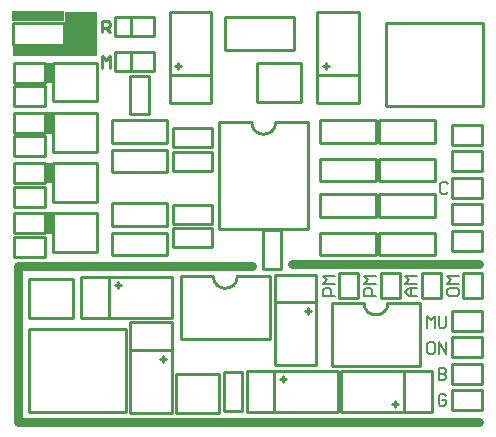
<source format=gto>
%FSLAX25Y25*%
%MOIN*%
G70*
G01*
G75*
%ADD10R,0.05118X0.03937*%
%ADD11R,0.05118X0.09843*%
%ADD12R,0.05118X0.06299*%
%ADD13R,0.03937X0.05118*%
%ADD14R,0.05512X0.19685*%
%ADD15R,0.05512X0.05512*%
%ADD16R,0.03937X0.03937*%
%ADD17R,0.06299X0.01969*%
%ADD18R,0.15748X0.06299*%
%ADD19R,0.05118X0.03150*%
%ADD20R,0.09055X0.05118*%
%ADD21R,0.07874X0.12598*%
%ADD22R,0.12598X0.07874*%
%ADD23C,0.03937*%
%ADD24C,0.02284*%
%ADD25C,0.01000*%
%ADD26C,0.01969*%
%ADD27C,0.02953*%
%ADD28C,0.02756*%
%ADD29C,0.01890*%
%ADD30C,0.03150*%
%ADD31R,0.01181X0.09449*%
%ADD32R,0.01181X0.09449*%
%ADD33C,0.03937*%
%ADD34R,0.03937X0.03937*%
%ADD35C,0.01772*%
%ADD36C,0.03347*%
%ADD37C,0.00787*%
%ADD38R,0.17323X0.03543*%
%ADD39R,0.11024X0.11024*%
%ADD40R,0.28346X0.03937*%
%ADD41R,0.03150X0.07087*%
%ADD42R,0.03150X0.07480*%
%ADD43R,0.02756X0.07087*%
%ADD44R,0.03150X0.07480*%
D25*
X410567Y347598D02*
G03*
X418567Y347598I4000J0D01*
G01*
X447968Y287382D02*
G03*
X455969Y287382I4000J0D01*
G01*
X397772Y296240D02*
G03*
X405772Y296240I4000J0D01*
G01*
X370079Y350197D02*
X376378D01*
X370079Y363189D02*
X376378D01*
Y350197D02*
Y363189D01*
X370079Y350197D02*
Y363189D01*
X414173Y311614D02*
X420472D01*
X414173Y298622D02*
X420472D01*
X414173D02*
Y311614D01*
X420472Y298622D02*
Y311614D01*
X363976Y330906D02*
Y338386D01*
X382480Y330906D02*
Y338386D01*
X363976Y330906D02*
X382480D01*
X363976Y338386D02*
X382480D01*
X363976Y313189D02*
Y320669D01*
X382480Y313189D02*
Y320669D01*
X363976Y313189D02*
X382480D01*
X363976Y320669D02*
X382480D01*
X363976Y303346D02*
Y310827D01*
X382480Y303346D02*
Y310827D01*
X363976Y303346D02*
X382480D01*
X363976Y310827D02*
X382480D01*
X451968Y340748D02*
Y348228D01*
X433465Y340748D02*
Y348228D01*
X451968D01*
X433465Y340748D02*
X451968D01*
X471654Y327953D02*
Y335433D01*
X453150Y327953D02*
Y335433D01*
X471654D01*
X453150Y327953D02*
X471654D01*
X451968D02*
Y335433D01*
X433465Y327953D02*
Y335433D01*
X451968D01*
X433465Y327953D02*
X451968D01*
X471654Y316142D02*
Y323622D01*
X453150Y316142D02*
Y323622D01*
X471654D01*
X453150Y316142D02*
X471654D01*
X451968D02*
Y323622D01*
X433465Y316142D02*
Y323622D01*
X451968D01*
X433465Y316142D02*
X451968D01*
X471654Y303346D02*
Y310827D01*
X453150Y303346D02*
Y310827D01*
X471654D01*
X453150Y303346D02*
X471654D01*
X451968D02*
Y310827D01*
X433465Y303346D02*
Y310827D01*
X451968D01*
X433465Y303346D02*
X451968D01*
X363976Y340748D02*
Y348228D01*
X382480Y340748D02*
Y348228D01*
X363976Y340748D02*
X382480D01*
X363976Y348228D02*
X382480D01*
X471654Y340748D02*
Y348228D01*
X453150Y340748D02*
Y348228D01*
X471654D01*
X453150Y340748D02*
X471654D01*
X370276Y364567D02*
Y370866D01*
X365158Y364567D02*
X378150D01*
X365158Y370866D02*
X378150D01*
X365158Y364567D02*
Y370866D01*
X378150Y364567D02*
Y370866D01*
X370276Y376378D02*
Y382677D01*
X365157Y376378D02*
X378150D01*
X365157Y382677D02*
X378150D01*
X365157Y376378D02*
Y382677D01*
X378150Y376378D02*
Y382677D01*
X336220Y250984D02*
X368504D01*
X336220Y278543D02*
X368504D01*
X336220Y250984D02*
Y278543D01*
X368504Y250984D02*
Y278543D01*
X455315Y380709D02*
X487598D01*
X455315Y353150D02*
X487598D01*
Y380709D01*
X455315Y353150D02*
Y380709D01*
X385236Y263583D02*
X399803D01*
X385236Y250591D02*
X399803D01*
Y263583D01*
X385236Y250591D02*
Y263583D01*
X412402Y354331D02*
X426968D01*
X412402Y367323D02*
X426968D01*
X412402Y354331D02*
Y367323D01*
X426968Y354331D02*
Y367323D01*
X336417Y282480D02*
X350984D01*
X336417Y295472D02*
X350984D01*
X336417Y282480D02*
Y295472D01*
X350984Y282480D02*
Y295472D01*
X344291Y304331D02*
X358858D01*
X344291Y317323D02*
X358858D01*
X344291Y304331D02*
Y317323D01*
X358858Y304331D02*
Y317323D01*
X344291Y321063D02*
X358858D01*
X344291Y334055D02*
X358858D01*
X344291Y321063D02*
Y334055D01*
X358858Y321063D02*
Y334055D01*
X344291Y337795D02*
X358858D01*
X344291Y350787D02*
X358858D01*
X344291Y337795D02*
Y350787D01*
X358858Y337795D02*
Y350787D01*
X344291Y354527D02*
X358858D01*
X344291Y367520D02*
X358858D01*
X344291Y354527D02*
Y367520D01*
X358858Y354527D02*
Y367520D01*
X399803Y347598D02*
X410567D01*
X418567D02*
X429331D01*
X399803Y312165D02*
Y347598D01*
X429331Y312165D02*
Y347598D01*
X399803Y312165D02*
X429331D01*
X437205Y266516D02*
X466732D01*
Y287382D01*
X437205Y266516D02*
Y287382D01*
X455969D02*
X466732D01*
X437205D02*
X447969D01*
X387008Y275374D02*
X416535D01*
Y296240D01*
X387008Y275374D02*
Y296240D01*
X405772D02*
X416535D01*
X387008D02*
X397772D01*
X331102Y380709D02*
X348031D01*
X331102Y373228D02*
Y380709D01*
Y373228D02*
X348031D01*
Y380709D01*
X401181Y251378D02*
Y264370D01*
X407480Y251378D02*
Y264370D01*
X401181D02*
X407480D01*
X401181Y251378D02*
X407480D01*
X384252Y305906D02*
X397244D01*
X384252Y312205D02*
X397244D01*
X384252Y305906D02*
Y312205D01*
X397244Y305906D02*
Y312205D01*
X384252Y313780D02*
X397244D01*
X384252Y320079D02*
X397244D01*
X384252Y313780D02*
Y320079D01*
X397244Y313780D02*
Y320079D01*
X384252Y331496D02*
X397244D01*
X384252Y337795D02*
X397244D01*
X384252Y331496D02*
Y337795D01*
X397244Y331496D02*
Y337795D01*
X384252Y339370D02*
X397244D01*
X384252Y345669D02*
X397244D01*
X384252Y339370D02*
Y345669D01*
X397244Y339370D02*
Y345669D01*
X467323Y289173D02*
X473622D01*
X467323Y297441D02*
X473622D01*
Y289173D02*
Y297441D01*
X467323Y289173D02*
Y297441D01*
X481102Y289173D02*
X487402D01*
X481102Y297441D02*
X487402D01*
Y289173D02*
Y297441D01*
X481102Y289173D02*
Y297441D01*
X439764Y289173D02*
X446063D01*
X439764Y297441D02*
X446063D01*
Y289173D02*
Y297441D01*
X439764Y289173D02*
Y297441D01*
X453543D02*
X459842D01*
X453543Y289173D02*
X459842D01*
X453543D02*
Y297441D01*
X459842Y289173D02*
Y297441D01*
X477205Y267126D02*
X487441D01*
X477205Y260433D02*
X487441D01*
Y267126D01*
X477205Y260433D02*
Y267126D01*
Y258268D02*
X487441D01*
X477205Y251575D02*
X487441D01*
Y258268D01*
X477205Y251575D02*
Y258268D01*
X477205Y311417D02*
X487441D01*
X477205Y304725D02*
X487441D01*
Y311417D01*
X477205Y304725D02*
Y311417D01*
X477205Y320275D02*
X487441D01*
X477205Y313583D02*
X487441D01*
Y320275D01*
X477205Y313583D02*
Y320275D01*
X477205Y337992D02*
X487441D01*
X477205Y331299D02*
X487441D01*
Y337992D01*
X477205Y331299D02*
Y337992D01*
X477205Y346850D02*
X487441D01*
X477205Y340158D02*
X487441D01*
Y346850D01*
X477205Y340158D02*
Y346850D01*
X477205Y329134D02*
X487441D01*
X477205Y322441D02*
X487441D01*
Y329134D01*
X477205Y322441D02*
Y329134D01*
X477205Y284843D02*
X487441D01*
X477205Y278150D02*
X487441D01*
Y284843D01*
X477205Y278150D02*
Y284843D01*
Y275984D02*
X487441D01*
X477205Y269291D02*
X487441D01*
Y275984D01*
X477205Y269291D02*
Y275984D01*
X331457Y302756D02*
X341693D01*
X331457Y309449D02*
X341693D01*
X331457Y302756D02*
Y309449D01*
X341693Y302756D02*
Y309449D01*
X331457Y319488D02*
X341693D01*
X331457Y326181D02*
X341693D01*
X331457Y319488D02*
Y326181D01*
X341693Y319488D02*
Y326181D01*
X331457Y336220D02*
X341693D01*
X331457Y342913D02*
X341693D01*
X331457Y336220D02*
Y342913D01*
X341693Y336220D02*
Y342913D01*
X331457Y352953D02*
X341693D01*
X331457Y359646D02*
X341693D01*
X331457Y352953D02*
Y359646D01*
X341693Y352953D02*
Y359646D01*
X331457Y310630D02*
X341693D01*
X331457Y317323D02*
X341693D01*
X331457Y310630D02*
Y317323D01*
X341693Y310630D02*
Y317323D01*
X331457Y327362D02*
X341693D01*
X331457Y334055D02*
X341693D01*
X331457Y327362D02*
Y334055D01*
X341693Y327362D02*
Y334055D01*
X331457Y344094D02*
X341693D01*
X331457Y350787D02*
X341693D01*
X331457Y344094D02*
Y350787D01*
X341693Y344094D02*
Y350787D01*
X331457Y360827D02*
X341693D01*
X331457Y367520D02*
X341693D01*
X331457Y360827D02*
Y367520D01*
X341693Y360827D02*
Y367520D01*
X458465Y252756D02*
Y254724D01*
X457480Y253740D02*
X459449D01*
X461417Y250984D02*
Y264665D01*
X440354Y250984D02*
X470669D01*
X440354Y264764D02*
X470669D01*
X440354Y250984D02*
Y264764D01*
X470669Y250984D02*
Y264764D01*
X408858Y250984D02*
Y264764D01*
X439173Y250984D02*
Y264764D01*
X408858Y250984D02*
X439173D01*
X408858Y264764D02*
X439173D01*
X418110Y251083D02*
Y264764D01*
X420079Y262008D02*
X422047D01*
X421063Y261024D02*
Y262992D01*
X380118Y268701D02*
X382087D01*
X381102Y267717D02*
Y269685D01*
X370177Y271654D02*
X383858D01*
Y250591D02*
Y280906D01*
X370079Y250591D02*
Y280906D01*
Y250591D02*
X383858D01*
X370079Y280906D02*
X383858D01*
X432480Y354134D02*
X446260D01*
X432480Y384449D02*
X446260D01*
Y354134D02*
Y384449D01*
X432480Y354134D02*
Y384449D01*
Y363386D02*
X446162D01*
X435236Y365354D02*
Y367323D01*
X434252Y366339D02*
X436221D01*
X365945Y292323D02*
Y294291D01*
X364961Y293307D02*
X366929D01*
X362992Y282382D02*
Y296063D01*
X353740D02*
X384055D01*
X353740Y282283D02*
X384055D01*
Y296063D01*
X353740Y282283D02*
Y296063D01*
X418307Y296850D02*
X432087D01*
X418307Y266535D02*
X432087D01*
X418307D02*
Y296850D01*
X432087Y266535D02*
Y296850D01*
X418405Y287598D02*
X432087D01*
X429331Y283661D02*
Y285630D01*
X428346Y284646D02*
X430315D01*
X385039Y366338D02*
X387008D01*
X386023Y365354D02*
Y367323D01*
X383268Y363386D02*
X396949D01*
X383268Y354134D02*
Y384449D01*
X397047Y354134D02*
Y384449D01*
X383268D02*
X397047D01*
X383268Y354134D02*
X397047D01*
X401575Y371654D02*
Y382677D01*
Y371654D02*
X424803D01*
Y382677D01*
X401575D02*
X424803D01*
X360630Y377559D02*
Y381495D01*
X362598D01*
X363254Y380839D01*
Y379527D01*
X362598Y378871D01*
X360630D01*
X361942D02*
X363254Y377559D01*
X360630Y365748D02*
Y369684D01*
X361942Y368372D01*
X363254Y369684D01*
Y365748D01*
D27*
X424016Y300394D02*
X486221D01*
X332677Y299606D02*
X410630D01*
X332677Y247638D02*
Y299606D01*
Y247638D02*
X486221D01*
D37*
X451968Y289764D02*
X448033D01*
Y291732D01*
X448689Y292388D01*
X450001D01*
X450657Y291732D01*
Y289764D01*
X451968Y293700D02*
X448033D01*
X449345Y295011D01*
X448033Y296323D01*
X451968D01*
X438189Y289764D02*
X434253D01*
Y291732D01*
X434909Y292388D01*
X436221D01*
X436877Y291732D01*
Y289764D01*
X438189Y293700D02*
X434253D01*
X435565Y295011D01*
X434253Y296323D01*
X438189D01*
X470865Y274408D02*
X469554D01*
X468898Y273752D01*
Y271128D01*
X469554Y270472D01*
X470865D01*
X471522Y271128D01*
Y273752D01*
X470865Y274408D01*
X472833Y270472D02*
Y274408D01*
X475457Y270472D01*
Y274408D01*
X475592Y291732D02*
Y290420D01*
X476248Y289764D01*
X478872D01*
X479528Y290420D01*
Y291732D01*
X478872Y292388D01*
X476248D01*
X475592Y291732D01*
X479528Y293700D02*
X475592D01*
X476904Y295011D01*
X475592Y296323D01*
X479528D01*
X468898Y279134D02*
Y283070D01*
X470210Y281758D01*
X471522Y283070D01*
Y279134D01*
X472833Y283070D02*
Y279790D01*
X473489Y279134D01*
X474801D01*
X475457Y279790D01*
Y283070D01*
X475852Y326902D02*
X475196Y327558D01*
X473884D01*
X473228Y326902D01*
Y324278D01*
X473884Y323622D01*
X475196D01*
X475852Y324278D01*
X475458Y256429D02*
X474802Y257085D01*
X473491D01*
X472835Y256429D01*
Y253806D01*
X473491Y253150D01*
X474802D01*
X475458Y253806D01*
Y255118D01*
X474147D01*
X472835Y265747D02*
Y261811D01*
X474802D01*
X475458Y262467D01*
Y263123D01*
X474802Y263779D01*
X472835D01*
X474802D01*
X475458Y264435D01*
Y265091D01*
X474802Y265747D01*
X472835D01*
X465748Y289764D02*
X463124D01*
X461812Y291076D01*
X463124Y292388D01*
X465748D01*
X463780D01*
Y289764D01*
X465748Y293700D02*
X461812D01*
X463124Y295011D01*
X461812Y296323D01*
X465748D01*
D38*
X339370Y382874D02*
D03*
D39*
X353543Y379134D02*
D03*
D40*
X344882Y371654D02*
D03*
D41*
X342913Y364173D02*
D03*
D42*
Y347441D02*
D03*
D43*
X342717Y330709D02*
D03*
D44*
X342913Y313976D02*
D03*
M02*

</source>
